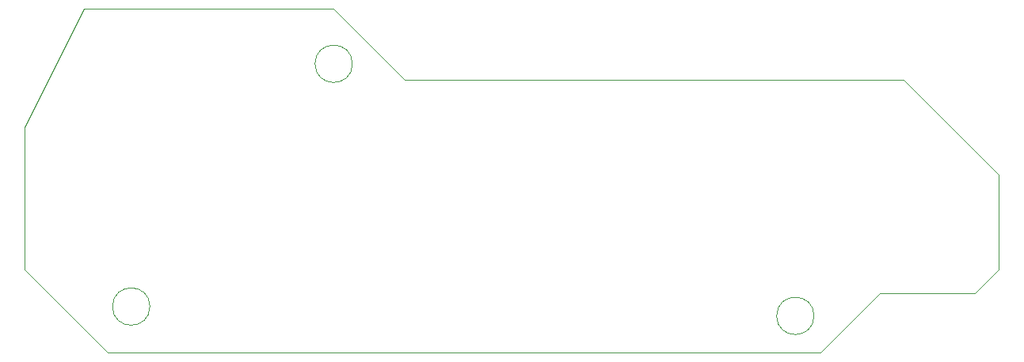
<source format=gbr>
%TF.GenerationSoftware,KiCad,Pcbnew,5.1.10*%
%TF.CreationDate,2021-08-10T02:55:15-04:00*%
%TF.ProjectId,KSG Display Board,4b534720-4469-4737-906c-617920426f61,rev?*%
%TF.SameCoordinates,Original*%
%TF.FileFunction,Profile,NP*%
%FSLAX46Y46*%
G04 Gerber Fmt 4.6, Leading zero omitted, Abs format (unit mm)*
G04 Created by KiCad (PCBNEW 5.1.10) date 2021-08-10 02:55:15*
%MOMM*%
%LPD*%
G01*
G04 APERTURE LIST*
%TA.AperFunction,Profile*%
%ADD10C,0.050000*%
%TD*%
%TA.AperFunction,Profile*%
%ADD11C,0.100000*%
%TD*%
G04 APERTURE END LIST*
D10*
X122650000Y-110000000D02*
G75*
G03*
X122650000Y-110000000I-2000000J0D01*
G01*
X101000000Y-136000000D02*
G75*
G03*
X101000000Y-136000000I-2000000J0D01*
G01*
X172000000Y-137000000D02*
G75*
G03*
X172000000Y-137000000I-2000000J0D01*
G01*
D11*
X189230000Y-134620000D02*
X179070000Y-134620000D01*
X120650000Y-104140000D02*
X128270000Y-111760000D01*
X93980000Y-104140000D02*
X120650000Y-104140000D01*
X87630000Y-116840000D02*
X93980000Y-104140000D01*
X87630000Y-132080000D02*
X87630000Y-116840000D01*
X96520000Y-140970000D02*
X87630000Y-132080000D01*
X172720000Y-140970000D02*
X96520000Y-140970000D01*
X179070000Y-134620000D02*
X172720000Y-140970000D01*
X191770000Y-132080000D02*
X189230000Y-134620000D01*
X191770000Y-121920000D02*
X191770000Y-132080000D01*
X181610000Y-111760000D02*
X191770000Y-121920000D01*
X128270000Y-111760000D02*
X181610000Y-111760000D01*
M02*

</source>
